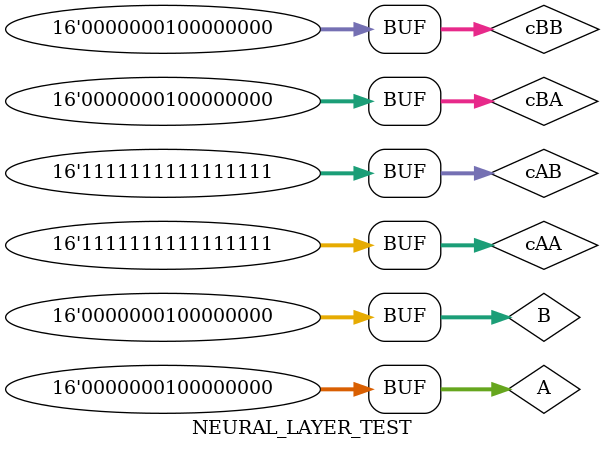
<source format=v>
module NEURAL_LAYER_TEST;

reg [16:1] A,B,cAA,cAB,cBA,cBB;
wire [16:1] o1,o2;
NEURAL_LAYER nl(A,B,cAA,cAB,cBA,cBB,o1,o2);

initial begin
    $dumpfile("neural_layer_test.vcd");
    $dumpvars(0,NEURAL_LAYER_TEST);
    $monitor (
        "%t: A=%04x B=%04x cAA=%04x cAB=%04x cBA=%04x cBB=%04x o1=%04x o2=%04x",
        $time,A,B,cAA,cAB,cBA,cBB,o1,o2
    );

        A=16'h0100; B=16'h0100; cAA=16'h0000; cAB=16'h0000; cBA=16'h0000; cBB=16'h0000;
    #10 A=16'h0100; B=16'h0100; cAA=16'h0100; cAB=16'h0100; cBA=16'h0000; cBB=16'h0000;
    #10 A=16'h0100; B=16'h0100; cAA=16'h0000; cAB=16'h0000; cBA=16'h0100; cBB=16'h0100;
    #10 A=16'h0100; B=16'h0100; cAA=16'h0100; cAB=16'h0100; cBA=16'h0100; cBB=16'h0100;
    #10 A=16'h0100; B=16'h0100; cAA=16'hFFFF; cAB=16'hFFFF; cBA=16'h0100; cBB=16'h0100;

end

endmodule

</source>
